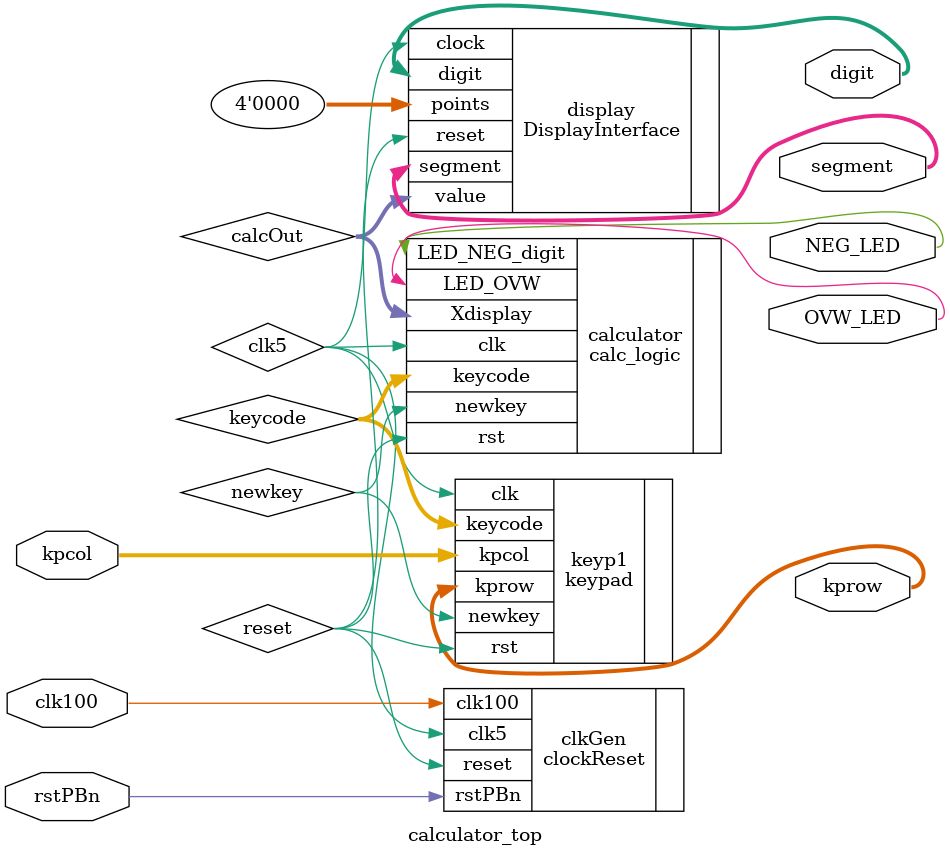
<source format=v>
module calculator_top(
        input clk100,		 // 100 MHz clock from oscillator on board
        input rstPBn,		 // reset signal, active low, from CPU RESET pushbutton
        input [5:0] kpcol,   // keypad column signals
        output [3:0] kprow,  // keypad row signals
        output [7:0] digit,  // digit controls - active low (7 on left, 0 on right)
        output [7:0] segment, // segment controls - active low (a b c d e f g dp)
        output NEG_LED,
        output OVW_LED
        );

// ===========================================================================
// Interconnecting Signals
    wire clk5;              // 5 MHz clock signal, buffered
    wire reset;             // internal reset signal, active high
    wire newkey;            // pulse to indicate new key pressed, keycode valid
    wire [4:0] keycode;     // 5-bit code to identify key pressed
    wire [15:0] calcOut;    // 16-bit output from calculator, to be displayed
	
// ===========================================================================
// Instantiate clock and reset generator, connect to signals
    clockReset  clkGen  (
            .clk100 (clk100),
            .rstPBn (rstPBn),
            .clk5   (clk5),
            .reset  (reset) );

//==================================================================================
// Calculator logic - instantiate your calculator here
	calc_logic calculator (
        .clk (clk5),
        .rst (reset),
        .keycode (keycode),
        .newkey (newkey),
        .Xdisplay (calcOut),
        .LED_NEG_digit(NEG_LED),
        .LED_OVW(OVW_LED)
        );

//==================================================================================
// Keypad interface to scan keypad and return valid keycodes
    keypad keyp1 (
        .clk(clk5),            // clock for keypad module is 5 MHz
        .rst(reset),            // reset is internal reset signal
        .kpcol(kpcol),            // 6 keypad column inputs
        .kprow(kprow),            // 4 keypad row outputs
        .newkey(newkey),        // new key signal
        .keycode(keycode)        // 5-bit code representing key
        );

//==================================================================================
// Display interface, for 4 digits - replace with your display interface
	DisplayInterface display (
	       .clock(clk5), 
	       .reset(reset), 
	       .value(calcOut),
	       .points(4'b0000),    // use a dot to separate key codes for test
		   .digit(digit), // only using rightmost 4 digits
		   .segment(segment)
		   );
	
	
endmodule

</source>
